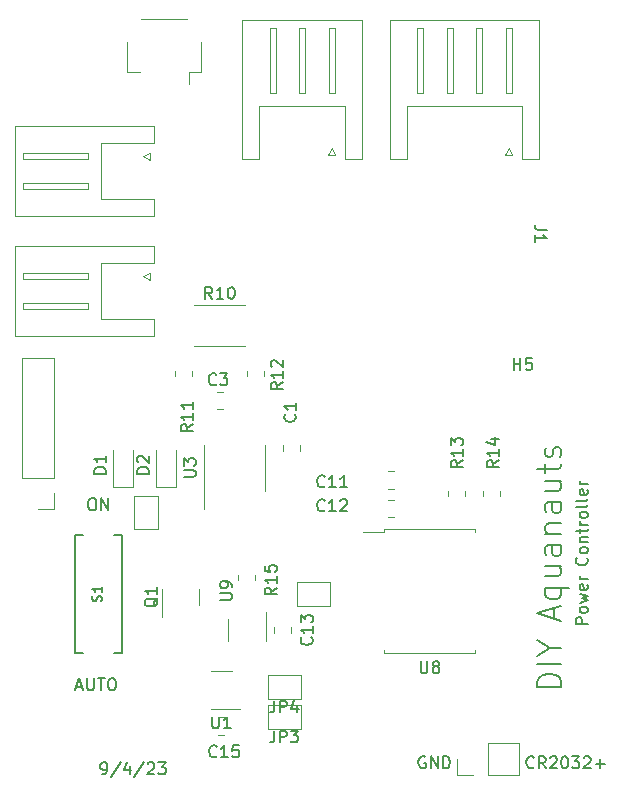
<source format=gbr>
%TF.GenerationSoftware,KiCad,Pcbnew,(6.99.0-2504-g6a9c6e8599)*%
%TF.CreationDate,2023-09-25T01:47:04-07:00*%
%TF.ProjectId,BuoyPower,42756f79-506f-4776-9572-2e6b69636164,rev?*%
%TF.SameCoordinates,Original*%
%TF.FileFunction,Legend,Top*%
%TF.FilePolarity,Positive*%
%FSLAX46Y46*%
G04 Gerber Fmt 4.6, Leading zero omitted, Abs format (unit mm)*
G04 Created by KiCad (PCBNEW (6.99.0-2504-g6a9c6e8599)) date 2023-09-25 01:47:04*
%MOMM*%
%LPD*%
G01*
G04 APERTURE LIST*
%ADD10C,0.150000*%
%ADD11C,0.120000*%
%ADD12C,0.127000*%
G04 APERTURE END LIST*
D10*
X169465523Y-129227142D02*
X169417904Y-129274761D01*
X169417904Y-129274761D02*
X169275047Y-129322380D01*
X169275047Y-129322380D02*
X169179809Y-129322380D01*
X169179809Y-129322380D02*
X169036952Y-129274761D01*
X169036952Y-129274761D02*
X168941714Y-129179523D01*
X168941714Y-129179523D02*
X168894095Y-129084285D01*
X168894095Y-129084285D02*
X168846476Y-128893809D01*
X168846476Y-128893809D02*
X168846476Y-128750952D01*
X168846476Y-128750952D02*
X168894095Y-128560476D01*
X168894095Y-128560476D02*
X168941714Y-128465238D01*
X168941714Y-128465238D02*
X169036952Y-128370000D01*
X169036952Y-128370000D02*
X169179809Y-128322380D01*
X169179809Y-128322380D02*
X169275047Y-128322380D01*
X169275047Y-128322380D02*
X169417904Y-128370000D01*
X169417904Y-128370000D02*
X169465523Y-128417619D01*
X170465523Y-129322380D02*
X170132190Y-128846190D01*
X169894095Y-129322380D02*
X169894095Y-128322380D01*
X169894095Y-128322380D02*
X170275047Y-128322380D01*
X170275047Y-128322380D02*
X170370285Y-128370000D01*
X170370285Y-128370000D02*
X170417904Y-128417619D01*
X170417904Y-128417619D02*
X170465523Y-128512857D01*
X170465523Y-128512857D02*
X170465523Y-128655714D01*
X170465523Y-128655714D02*
X170417904Y-128750952D01*
X170417904Y-128750952D02*
X170370285Y-128798571D01*
X170370285Y-128798571D02*
X170275047Y-128846190D01*
X170275047Y-128846190D02*
X169894095Y-128846190D01*
X170846476Y-128417619D02*
X170894095Y-128370000D01*
X170894095Y-128370000D02*
X170989333Y-128322380D01*
X170989333Y-128322380D02*
X171227428Y-128322380D01*
X171227428Y-128322380D02*
X171322666Y-128370000D01*
X171322666Y-128370000D02*
X171370285Y-128417619D01*
X171370285Y-128417619D02*
X171417904Y-128512857D01*
X171417904Y-128512857D02*
X171417904Y-128608095D01*
X171417904Y-128608095D02*
X171370285Y-128750952D01*
X171370285Y-128750952D02*
X170798857Y-129322380D01*
X170798857Y-129322380D02*
X171417904Y-129322380D01*
X172036952Y-128322380D02*
X172132190Y-128322380D01*
X172132190Y-128322380D02*
X172227428Y-128370000D01*
X172227428Y-128370000D02*
X172275047Y-128417619D01*
X172275047Y-128417619D02*
X172322666Y-128512857D01*
X172322666Y-128512857D02*
X172370285Y-128703333D01*
X172370285Y-128703333D02*
X172370285Y-128941428D01*
X172370285Y-128941428D02*
X172322666Y-129131904D01*
X172322666Y-129131904D02*
X172275047Y-129227142D01*
X172275047Y-129227142D02*
X172227428Y-129274761D01*
X172227428Y-129274761D02*
X172132190Y-129322380D01*
X172132190Y-129322380D02*
X172036952Y-129322380D01*
X172036952Y-129322380D02*
X171941714Y-129274761D01*
X171941714Y-129274761D02*
X171894095Y-129227142D01*
X171894095Y-129227142D02*
X171846476Y-129131904D01*
X171846476Y-129131904D02*
X171798857Y-128941428D01*
X171798857Y-128941428D02*
X171798857Y-128703333D01*
X171798857Y-128703333D02*
X171846476Y-128512857D01*
X171846476Y-128512857D02*
X171894095Y-128417619D01*
X171894095Y-128417619D02*
X171941714Y-128370000D01*
X171941714Y-128370000D02*
X172036952Y-128322380D01*
X172703619Y-128322380D02*
X173322666Y-128322380D01*
X173322666Y-128322380D02*
X172989333Y-128703333D01*
X172989333Y-128703333D02*
X173132190Y-128703333D01*
X173132190Y-128703333D02*
X173227428Y-128750952D01*
X173227428Y-128750952D02*
X173275047Y-128798571D01*
X173275047Y-128798571D02*
X173322666Y-128893809D01*
X173322666Y-128893809D02*
X173322666Y-129131904D01*
X173322666Y-129131904D02*
X173275047Y-129227142D01*
X173275047Y-129227142D02*
X173227428Y-129274761D01*
X173227428Y-129274761D02*
X173132190Y-129322380D01*
X173132190Y-129322380D02*
X172846476Y-129322380D01*
X172846476Y-129322380D02*
X172751238Y-129274761D01*
X172751238Y-129274761D02*
X172703619Y-129227142D01*
X173703619Y-128417619D02*
X173751238Y-128370000D01*
X173751238Y-128370000D02*
X173846476Y-128322380D01*
X173846476Y-128322380D02*
X174084571Y-128322380D01*
X174084571Y-128322380D02*
X174179809Y-128370000D01*
X174179809Y-128370000D02*
X174227428Y-128417619D01*
X174227428Y-128417619D02*
X174275047Y-128512857D01*
X174275047Y-128512857D02*
X174275047Y-128608095D01*
X174275047Y-128608095D02*
X174227428Y-128750952D01*
X174227428Y-128750952D02*
X173656000Y-129322380D01*
X173656000Y-129322380D02*
X174275047Y-129322380D01*
X174703619Y-128941428D02*
X175465524Y-128941428D01*
X175084571Y-129322380D02*
X175084571Y-128560476D01*
X174026380Y-117109904D02*
X173026380Y-117109904D01*
X173026380Y-117109904D02*
X173026380Y-116728952D01*
X173026380Y-116728952D02*
X173074000Y-116633714D01*
X173074000Y-116633714D02*
X173121619Y-116586095D01*
X173121619Y-116586095D02*
X173216857Y-116538476D01*
X173216857Y-116538476D02*
X173359714Y-116538476D01*
X173359714Y-116538476D02*
X173454952Y-116586095D01*
X173454952Y-116586095D02*
X173502571Y-116633714D01*
X173502571Y-116633714D02*
X173550190Y-116728952D01*
X173550190Y-116728952D02*
X173550190Y-117109904D01*
X174026380Y-115967047D02*
X173978761Y-116062285D01*
X173978761Y-116062285D02*
X173931142Y-116109904D01*
X173931142Y-116109904D02*
X173835904Y-116157523D01*
X173835904Y-116157523D02*
X173550190Y-116157523D01*
X173550190Y-116157523D02*
X173454952Y-116109904D01*
X173454952Y-116109904D02*
X173407333Y-116062285D01*
X173407333Y-116062285D02*
X173359714Y-115967047D01*
X173359714Y-115967047D02*
X173359714Y-115824190D01*
X173359714Y-115824190D02*
X173407333Y-115728952D01*
X173407333Y-115728952D02*
X173454952Y-115681333D01*
X173454952Y-115681333D02*
X173550190Y-115633714D01*
X173550190Y-115633714D02*
X173835904Y-115633714D01*
X173835904Y-115633714D02*
X173931142Y-115681333D01*
X173931142Y-115681333D02*
X173978761Y-115728952D01*
X173978761Y-115728952D02*
X174026380Y-115824190D01*
X174026380Y-115824190D02*
X174026380Y-115967047D01*
X173359714Y-115300380D02*
X174026380Y-115109904D01*
X174026380Y-115109904D02*
X173550190Y-114919428D01*
X173550190Y-114919428D02*
X174026380Y-114728952D01*
X174026380Y-114728952D02*
X173359714Y-114538476D01*
X173978761Y-113776571D02*
X174026380Y-113871809D01*
X174026380Y-113871809D02*
X174026380Y-114062285D01*
X174026380Y-114062285D02*
X173978761Y-114157523D01*
X173978761Y-114157523D02*
X173883523Y-114205142D01*
X173883523Y-114205142D02*
X173502571Y-114205142D01*
X173502571Y-114205142D02*
X173407333Y-114157523D01*
X173407333Y-114157523D02*
X173359714Y-114062285D01*
X173359714Y-114062285D02*
X173359714Y-113871809D01*
X173359714Y-113871809D02*
X173407333Y-113776571D01*
X173407333Y-113776571D02*
X173502571Y-113728952D01*
X173502571Y-113728952D02*
X173597809Y-113728952D01*
X173597809Y-113728952D02*
X173693047Y-114205142D01*
X174026380Y-113300380D02*
X173359714Y-113300380D01*
X173550190Y-113300380D02*
X173454952Y-113252761D01*
X173454952Y-113252761D02*
X173407333Y-113205142D01*
X173407333Y-113205142D02*
X173359714Y-113109904D01*
X173359714Y-113109904D02*
X173359714Y-113014666D01*
X173931142Y-111509904D02*
X173978761Y-111557523D01*
X173978761Y-111557523D02*
X174026380Y-111700380D01*
X174026380Y-111700380D02*
X174026380Y-111795618D01*
X174026380Y-111795618D02*
X173978761Y-111938475D01*
X173978761Y-111938475D02*
X173883523Y-112033713D01*
X173883523Y-112033713D02*
X173788285Y-112081332D01*
X173788285Y-112081332D02*
X173597809Y-112128951D01*
X173597809Y-112128951D02*
X173454952Y-112128951D01*
X173454952Y-112128951D02*
X173264476Y-112081332D01*
X173264476Y-112081332D02*
X173169238Y-112033713D01*
X173169238Y-112033713D02*
X173074000Y-111938475D01*
X173074000Y-111938475D02*
X173026380Y-111795618D01*
X173026380Y-111795618D02*
X173026380Y-111700380D01*
X173026380Y-111700380D02*
X173074000Y-111557523D01*
X173074000Y-111557523D02*
X173121619Y-111509904D01*
X174026380Y-110938475D02*
X173978761Y-111033713D01*
X173978761Y-111033713D02*
X173931142Y-111081332D01*
X173931142Y-111081332D02*
X173835904Y-111128951D01*
X173835904Y-111128951D02*
X173550190Y-111128951D01*
X173550190Y-111128951D02*
X173454952Y-111081332D01*
X173454952Y-111081332D02*
X173407333Y-111033713D01*
X173407333Y-111033713D02*
X173359714Y-110938475D01*
X173359714Y-110938475D02*
X173359714Y-110795618D01*
X173359714Y-110795618D02*
X173407333Y-110700380D01*
X173407333Y-110700380D02*
X173454952Y-110652761D01*
X173454952Y-110652761D02*
X173550190Y-110605142D01*
X173550190Y-110605142D02*
X173835904Y-110605142D01*
X173835904Y-110605142D02*
X173931142Y-110652761D01*
X173931142Y-110652761D02*
X173978761Y-110700380D01*
X173978761Y-110700380D02*
X174026380Y-110795618D01*
X174026380Y-110795618D02*
X174026380Y-110938475D01*
X173359714Y-110176570D02*
X174026380Y-110176570D01*
X173454952Y-110176570D02*
X173407333Y-110128951D01*
X173407333Y-110128951D02*
X173359714Y-110033713D01*
X173359714Y-110033713D02*
X173359714Y-109890856D01*
X173359714Y-109890856D02*
X173407333Y-109795618D01*
X173407333Y-109795618D02*
X173502571Y-109747999D01*
X173502571Y-109747999D02*
X174026380Y-109747999D01*
X173359714Y-109414665D02*
X173359714Y-109033713D01*
X173026380Y-109271808D02*
X173883523Y-109271808D01*
X173883523Y-109271808D02*
X173978761Y-109224189D01*
X173978761Y-109224189D02*
X174026380Y-109128951D01*
X174026380Y-109128951D02*
X174026380Y-109033713D01*
X174026380Y-108700379D02*
X173359714Y-108700379D01*
X173550190Y-108700379D02*
X173454952Y-108652760D01*
X173454952Y-108652760D02*
X173407333Y-108605141D01*
X173407333Y-108605141D02*
X173359714Y-108509903D01*
X173359714Y-108509903D02*
X173359714Y-108414665D01*
X174026380Y-107938474D02*
X173978761Y-108033712D01*
X173978761Y-108033712D02*
X173931142Y-108081331D01*
X173931142Y-108081331D02*
X173835904Y-108128950D01*
X173835904Y-108128950D02*
X173550190Y-108128950D01*
X173550190Y-108128950D02*
X173454952Y-108081331D01*
X173454952Y-108081331D02*
X173407333Y-108033712D01*
X173407333Y-108033712D02*
X173359714Y-107938474D01*
X173359714Y-107938474D02*
X173359714Y-107795617D01*
X173359714Y-107795617D02*
X173407333Y-107700379D01*
X173407333Y-107700379D02*
X173454952Y-107652760D01*
X173454952Y-107652760D02*
X173550190Y-107605141D01*
X173550190Y-107605141D02*
X173835904Y-107605141D01*
X173835904Y-107605141D02*
X173931142Y-107652760D01*
X173931142Y-107652760D02*
X173978761Y-107700379D01*
X173978761Y-107700379D02*
X174026380Y-107795617D01*
X174026380Y-107795617D02*
X174026380Y-107938474D01*
X174026380Y-107033712D02*
X173978761Y-107128950D01*
X173978761Y-107128950D02*
X173883523Y-107176569D01*
X173883523Y-107176569D02*
X173026380Y-107176569D01*
X174026380Y-106509902D02*
X173978761Y-106605140D01*
X173978761Y-106605140D02*
X173883523Y-106652759D01*
X173883523Y-106652759D02*
X173026380Y-106652759D01*
X173978761Y-105747997D02*
X174026380Y-105843235D01*
X174026380Y-105843235D02*
X174026380Y-106033711D01*
X174026380Y-106033711D02*
X173978761Y-106128949D01*
X173978761Y-106128949D02*
X173883523Y-106176568D01*
X173883523Y-106176568D02*
X173502571Y-106176568D01*
X173502571Y-106176568D02*
X173407333Y-106128949D01*
X173407333Y-106128949D02*
X173359714Y-106033711D01*
X173359714Y-106033711D02*
X173359714Y-105843235D01*
X173359714Y-105843235D02*
X173407333Y-105747997D01*
X173407333Y-105747997D02*
X173502571Y-105700378D01*
X173502571Y-105700378D02*
X173597809Y-105700378D01*
X173597809Y-105700378D02*
X173693047Y-106176568D01*
X174026380Y-105271806D02*
X173359714Y-105271806D01*
X173550190Y-105271806D02*
X173454952Y-105224187D01*
X173454952Y-105224187D02*
X173407333Y-105176568D01*
X173407333Y-105176568D02*
X173359714Y-105081330D01*
X173359714Y-105081330D02*
X173359714Y-104986092D01*
X130746476Y-122432666D02*
X131222666Y-122432666D01*
X130651238Y-122718380D02*
X130984571Y-121718380D01*
X130984571Y-121718380D02*
X131317904Y-122718380D01*
X131651238Y-121718380D02*
X131651238Y-122527904D01*
X131651238Y-122527904D02*
X131698857Y-122623142D01*
X131698857Y-122623142D02*
X131746476Y-122670761D01*
X131746476Y-122670761D02*
X131841714Y-122718380D01*
X131841714Y-122718380D02*
X132032190Y-122718380D01*
X132032190Y-122718380D02*
X132127428Y-122670761D01*
X132127428Y-122670761D02*
X132175047Y-122623142D01*
X132175047Y-122623142D02*
X132222666Y-122527904D01*
X132222666Y-122527904D02*
X132222666Y-121718380D01*
X132556000Y-121718380D02*
X133127428Y-121718380D01*
X132841714Y-122718380D02*
X132841714Y-121718380D01*
X133651238Y-121718380D02*
X133841714Y-121718380D01*
X133841714Y-121718380D02*
X133936952Y-121766000D01*
X133936952Y-121766000D02*
X134032190Y-121861238D01*
X134032190Y-121861238D02*
X134079809Y-122051714D01*
X134079809Y-122051714D02*
X134079809Y-122385047D01*
X134079809Y-122385047D02*
X134032190Y-122575523D01*
X134032190Y-122575523D02*
X133936952Y-122670761D01*
X133936952Y-122670761D02*
X133841714Y-122718380D01*
X133841714Y-122718380D02*
X133651238Y-122718380D01*
X133651238Y-122718380D02*
X133556000Y-122670761D01*
X133556000Y-122670761D02*
X133460762Y-122575523D01*
X133460762Y-122575523D02*
X133413143Y-122385047D01*
X133413143Y-122385047D02*
X133413143Y-122051714D01*
X133413143Y-122051714D02*
X133460762Y-121861238D01*
X133460762Y-121861238D02*
X133556000Y-121766000D01*
X133556000Y-121766000D02*
X133651238Y-121718380D01*
X132000571Y-106478380D02*
X132191047Y-106478380D01*
X132191047Y-106478380D02*
X132286285Y-106526000D01*
X132286285Y-106526000D02*
X132381523Y-106621238D01*
X132381523Y-106621238D02*
X132429142Y-106811714D01*
X132429142Y-106811714D02*
X132429142Y-107145047D01*
X132429142Y-107145047D02*
X132381523Y-107335523D01*
X132381523Y-107335523D02*
X132286285Y-107430761D01*
X132286285Y-107430761D02*
X132191047Y-107478380D01*
X132191047Y-107478380D02*
X132000571Y-107478380D01*
X132000571Y-107478380D02*
X131905333Y-107430761D01*
X131905333Y-107430761D02*
X131810095Y-107335523D01*
X131810095Y-107335523D02*
X131762476Y-107145047D01*
X131762476Y-107145047D02*
X131762476Y-106811714D01*
X131762476Y-106811714D02*
X131810095Y-106621238D01*
X131810095Y-106621238D02*
X131905333Y-106526000D01*
X131905333Y-106526000D02*
X132000571Y-106478380D01*
X132857714Y-107478380D02*
X132857714Y-106478380D01*
X132857714Y-106478380D02*
X133429142Y-107478380D01*
X133429142Y-107478380D02*
X133429142Y-106478380D01*
X171776761Y-122459809D02*
X169776761Y-122459809D01*
X169776761Y-122459809D02*
X169776761Y-121983619D01*
X169776761Y-121983619D02*
X169872000Y-121697904D01*
X169872000Y-121697904D02*
X170062476Y-121507428D01*
X170062476Y-121507428D02*
X170252952Y-121412190D01*
X170252952Y-121412190D02*
X170633904Y-121316952D01*
X170633904Y-121316952D02*
X170919619Y-121316952D01*
X170919619Y-121316952D02*
X171300571Y-121412190D01*
X171300571Y-121412190D02*
X171491047Y-121507428D01*
X171491047Y-121507428D02*
X171681523Y-121697904D01*
X171681523Y-121697904D02*
X171776761Y-121983619D01*
X171776761Y-121983619D02*
X171776761Y-122459809D01*
X171776761Y-120459809D02*
X169776761Y-120459809D01*
X170824380Y-119126476D02*
X171776761Y-119126476D01*
X169776761Y-119793142D02*
X170824380Y-119126476D01*
X170824380Y-119126476D02*
X169776761Y-118459809D01*
X171205333Y-116688380D02*
X171205333Y-115735999D01*
X171776761Y-116878856D02*
X169776761Y-116212190D01*
X169776761Y-116212190D02*
X171776761Y-115545523D01*
X170443428Y-114021713D02*
X172443428Y-114021713D01*
X171681523Y-114021713D02*
X171776761Y-114212189D01*
X171776761Y-114212189D02*
X171776761Y-114593142D01*
X171776761Y-114593142D02*
X171681523Y-114783618D01*
X171681523Y-114783618D02*
X171586285Y-114878856D01*
X171586285Y-114878856D02*
X171395809Y-114974094D01*
X171395809Y-114974094D02*
X170824380Y-114974094D01*
X170824380Y-114974094D02*
X170633904Y-114878856D01*
X170633904Y-114878856D02*
X170538666Y-114783618D01*
X170538666Y-114783618D02*
X170443428Y-114593142D01*
X170443428Y-114593142D02*
X170443428Y-114212189D01*
X170443428Y-114212189D02*
X170538666Y-114021713D01*
X170443428Y-112212189D02*
X171776761Y-112212189D01*
X170443428Y-113069332D02*
X171491047Y-113069332D01*
X171491047Y-113069332D02*
X171681523Y-112974094D01*
X171681523Y-112974094D02*
X171776761Y-112783618D01*
X171776761Y-112783618D02*
X171776761Y-112497903D01*
X171776761Y-112497903D02*
X171681523Y-112307427D01*
X171681523Y-112307427D02*
X171586285Y-112212189D01*
X171776761Y-110402665D02*
X170729142Y-110402665D01*
X170729142Y-110402665D02*
X170538666Y-110497903D01*
X170538666Y-110497903D02*
X170443428Y-110688379D01*
X170443428Y-110688379D02*
X170443428Y-111069332D01*
X170443428Y-111069332D02*
X170538666Y-111259808D01*
X171681523Y-110402665D02*
X171776761Y-110593141D01*
X171776761Y-110593141D02*
X171776761Y-111069332D01*
X171776761Y-111069332D02*
X171681523Y-111259808D01*
X171681523Y-111259808D02*
X171491047Y-111355046D01*
X171491047Y-111355046D02*
X171300571Y-111355046D01*
X171300571Y-111355046D02*
X171110095Y-111259808D01*
X171110095Y-111259808D02*
X171014857Y-111069332D01*
X171014857Y-111069332D02*
X171014857Y-110593141D01*
X171014857Y-110593141D02*
X170919619Y-110402665D01*
X170443428Y-109450284D02*
X171776761Y-109450284D01*
X170633904Y-109450284D02*
X170538666Y-109355046D01*
X170538666Y-109355046D02*
X170443428Y-109164570D01*
X170443428Y-109164570D02*
X170443428Y-108878855D01*
X170443428Y-108878855D02*
X170538666Y-108688379D01*
X170538666Y-108688379D02*
X170729142Y-108593141D01*
X170729142Y-108593141D02*
X171776761Y-108593141D01*
X171776761Y-106783617D02*
X170729142Y-106783617D01*
X170729142Y-106783617D02*
X170538666Y-106878855D01*
X170538666Y-106878855D02*
X170443428Y-107069331D01*
X170443428Y-107069331D02*
X170443428Y-107450284D01*
X170443428Y-107450284D02*
X170538666Y-107640760D01*
X171681523Y-106783617D02*
X171776761Y-106974093D01*
X171776761Y-106974093D02*
X171776761Y-107450284D01*
X171776761Y-107450284D02*
X171681523Y-107640760D01*
X171681523Y-107640760D02*
X171491047Y-107735998D01*
X171491047Y-107735998D02*
X171300571Y-107735998D01*
X171300571Y-107735998D02*
X171110095Y-107640760D01*
X171110095Y-107640760D02*
X171014857Y-107450284D01*
X171014857Y-107450284D02*
X171014857Y-106974093D01*
X171014857Y-106974093D02*
X170919619Y-106783617D01*
X170443428Y-104974093D02*
X171776761Y-104974093D01*
X170443428Y-105831236D02*
X171491047Y-105831236D01*
X171491047Y-105831236D02*
X171681523Y-105735998D01*
X171681523Y-105735998D02*
X171776761Y-105545522D01*
X171776761Y-105545522D02*
X171776761Y-105259807D01*
X171776761Y-105259807D02*
X171681523Y-105069331D01*
X171681523Y-105069331D02*
X171586285Y-104974093D01*
X170443428Y-104307426D02*
X170443428Y-103545522D01*
X169776761Y-104021712D02*
X171491047Y-104021712D01*
X171491047Y-104021712D02*
X171681523Y-103926474D01*
X171681523Y-103926474D02*
X171776761Y-103735998D01*
X171776761Y-103735998D02*
X171776761Y-103545522D01*
X171681523Y-102974093D02*
X171776761Y-102783617D01*
X171776761Y-102783617D02*
X171776761Y-102402665D01*
X171776761Y-102402665D02*
X171681523Y-102212188D01*
X171681523Y-102212188D02*
X171491047Y-102116950D01*
X171491047Y-102116950D02*
X171395809Y-102116950D01*
X171395809Y-102116950D02*
X171205333Y-102212188D01*
X171205333Y-102212188D02*
X171110095Y-102402665D01*
X171110095Y-102402665D02*
X171110095Y-102688379D01*
X171110095Y-102688379D02*
X171014857Y-102878855D01*
X171014857Y-102878855D02*
X170824380Y-102974093D01*
X170824380Y-102974093D02*
X170729142Y-102974093D01*
X170729142Y-102974093D02*
X170538666Y-102878855D01*
X170538666Y-102878855D02*
X170443428Y-102688379D01*
X170443428Y-102688379D02*
X170443428Y-102402665D01*
X170443428Y-102402665D02*
X170538666Y-102212188D01*
X160273904Y-128370000D02*
X160178666Y-128322380D01*
X160178666Y-128322380D02*
X160035809Y-128322380D01*
X160035809Y-128322380D02*
X159892952Y-128370000D01*
X159892952Y-128370000D02*
X159797714Y-128465238D01*
X159797714Y-128465238D02*
X159750095Y-128560476D01*
X159750095Y-128560476D02*
X159702476Y-128750952D01*
X159702476Y-128750952D02*
X159702476Y-128893809D01*
X159702476Y-128893809D02*
X159750095Y-129084285D01*
X159750095Y-129084285D02*
X159797714Y-129179523D01*
X159797714Y-129179523D02*
X159892952Y-129274761D01*
X159892952Y-129274761D02*
X160035809Y-129322380D01*
X160035809Y-129322380D02*
X160131047Y-129322380D01*
X160131047Y-129322380D02*
X160273904Y-129274761D01*
X160273904Y-129274761D02*
X160321523Y-129227142D01*
X160321523Y-129227142D02*
X160321523Y-128893809D01*
X160321523Y-128893809D02*
X160131047Y-128893809D01*
X160750095Y-129322380D02*
X160750095Y-128322380D01*
X160750095Y-128322380D02*
X161321523Y-129322380D01*
X161321523Y-129322380D02*
X161321523Y-128322380D01*
X161797714Y-129322380D02*
X161797714Y-128322380D01*
X161797714Y-128322380D02*
X162035809Y-128322380D01*
X162035809Y-128322380D02*
X162178666Y-128370000D01*
X162178666Y-128370000D02*
X162273904Y-128465238D01*
X162273904Y-128465238D02*
X162321523Y-128560476D01*
X162321523Y-128560476D02*
X162369142Y-128750952D01*
X162369142Y-128750952D02*
X162369142Y-128893809D01*
X162369142Y-128893809D02*
X162321523Y-129084285D01*
X162321523Y-129084285D02*
X162273904Y-129179523D01*
X162273904Y-129179523D02*
X162178666Y-129274761D01*
X162178666Y-129274761D02*
X162035809Y-129322380D01*
X162035809Y-129322380D02*
X161797714Y-129322380D01*
X132873714Y-129830380D02*
X133064190Y-129830380D01*
X133064190Y-129830380D02*
X133159428Y-129782761D01*
X133159428Y-129782761D02*
X133207047Y-129735142D01*
X133207047Y-129735142D02*
X133302285Y-129592285D01*
X133302285Y-129592285D02*
X133349904Y-129401809D01*
X133349904Y-129401809D02*
X133349904Y-129020857D01*
X133349904Y-129020857D02*
X133302285Y-128925619D01*
X133302285Y-128925619D02*
X133254666Y-128878000D01*
X133254666Y-128878000D02*
X133159428Y-128830380D01*
X133159428Y-128830380D02*
X132968952Y-128830380D01*
X132968952Y-128830380D02*
X132873714Y-128878000D01*
X132873714Y-128878000D02*
X132826095Y-128925619D01*
X132826095Y-128925619D02*
X132778476Y-129020857D01*
X132778476Y-129020857D02*
X132778476Y-129258952D01*
X132778476Y-129258952D02*
X132826095Y-129354190D01*
X132826095Y-129354190D02*
X132873714Y-129401809D01*
X132873714Y-129401809D02*
X132968952Y-129449428D01*
X132968952Y-129449428D02*
X133159428Y-129449428D01*
X133159428Y-129449428D02*
X133254666Y-129401809D01*
X133254666Y-129401809D02*
X133302285Y-129354190D01*
X133302285Y-129354190D02*
X133349904Y-129258952D01*
X134492761Y-128782761D02*
X133635619Y-130068476D01*
X135254666Y-129163714D02*
X135254666Y-129830380D01*
X135016571Y-128782761D02*
X134778476Y-129497047D01*
X134778476Y-129497047D02*
X135397523Y-129497047D01*
X136492761Y-128782761D02*
X135635619Y-130068476D01*
X136778476Y-128925619D02*
X136826095Y-128878000D01*
X136826095Y-128878000D02*
X136921333Y-128830380D01*
X136921333Y-128830380D02*
X137159428Y-128830380D01*
X137159428Y-128830380D02*
X137254666Y-128878000D01*
X137254666Y-128878000D02*
X137302285Y-128925619D01*
X137302285Y-128925619D02*
X137349904Y-129020857D01*
X137349904Y-129020857D02*
X137349904Y-129116095D01*
X137349904Y-129116095D02*
X137302285Y-129258952D01*
X137302285Y-129258952D02*
X136730857Y-129830380D01*
X136730857Y-129830380D02*
X137349904Y-129830380D01*
X137683238Y-128830380D02*
X138302285Y-128830380D01*
X138302285Y-128830380D02*
X137968952Y-129211333D01*
X137968952Y-129211333D02*
X138111809Y-129211333D01*
X138111809Y-129211333D02*
X138207047Y-129258952D01*
X138207047Y-129258952D02*
X138254666Y-129306571D01*
X138254666Y-129306571D02*
X138302285Y-129401809D01*
X138302285Y-129401809D02*
X138302285Y-129639904D01*
X138302285Y-129639904D02*
X138254666Y-129735142D01*
X138254666Y-129735142D02*
X138207047Y-129782761D01*
X138207047Y-129782761D02*
X138111809Y-129830380D01*
X138111809Y-129830380D02*
X137826095Y-129830380D01*
X137826095Y-129830380D02*
X137730857Y-129782761D01*
X137730857Y-129782761D02*
X137683238Y-129735142D01*
%TO.C,U1*%
X142240095Y-124949380D02*
X142240095Y-125758904D01*
X142240095Y-125758904D02*
X142287714Y-125854142D01*
X142287714Y-125854142D02*
X142335333Y-125901761D01*
X142335333Y-125901761D02*
X142430571Y-125949380D01*
X142430571Y-125949380D02*
X142621047Y-125949380D01*
X142621047Y-125949380D02*
X142716285Y-125901761D01*
X142716285Y-125901761D02*
X142763904Y-125854142D01*
X142763904Y-125854142D02*
X142811523Y-125758904D01*
X142811523Y-125758904D02*
X142811523Y-124949380D01*
X143811523Y-125949380D02*
X143240095Y-125949380D01*
X143525809Y-125949380D02*
X143525809Y-124949380D01*
X143525809Y-124949380D02*
X143430571Y-125092238D01*
X143430571Y-125092238D02*
X143335333Y-125187476D01*
X143335333Y-125187476D02*
X143240095Y-125235095D01*
%TO.C,U8*%
X159893095Y-120271380D02*
X159893095Y-121080904D01*
X159893095Y-121080904D02*
X159940714Y-121176142D01*
X159940714Y-121176142D02*
X159988333Y-121223761D01*
X159988333Y-121223761D02*
X160083571Y-121271380D01*
X160083571Y-121271380D02*
X160274047Y-121271380D01*
X160274047Y-121271380D02*
X160369285Y-121223761D01*
X160369285Y-121223761D02*
X160416904Y-121176142D01*
X160416904Y-121176142D02*
X160464523Y-121080904D01*
X160464523Y-121080904D02*
X160464523Y-120271380D01*
X161083571Y-120699952D02*
X160988333Y-120652333D01*
X160988333Y-120652333D02*
X160940714Y-120604714D01*
X160940714Y-120604714D02*
X160893095Y-120509476D01*
X160893095Y-120509476D02*
X160893095Y-120461857D01*
X160893095Y-120461857D02*
X160940714Y-120366619D01*
X160940714Y-120366619D02*
X160988333Y-120319000D01*
X160988333Y-120319000D02*
X161083571Y-120271380D01*
X161083571Y-120271380D02*
X161274047Y-120271380D01*
X161274047Y-120271380D02*
X161369285Y-120319000D01*
X161369285Y-120319000D02*
X161416904Y-120366619D01*
X161416904Y-120366619D02*
X161464523Y-120461857D01*
X161464523Y-120461857D02*
X161464523Y-120509476D01*
X161464523Y-120509476D02*
X161416904Y-120604714D01*
X161416904Y-120604714D02*
X161369285Y-120652333D01*
X161369285Y-120652333D02*
X161274047Y-120699952D01*
X161274047Y-120699952D02*
X161083571Y-120699952D01*
X161083571Y-120699952D02*
X160988333Y-120747571D01*
X160988333Y-120747571D02*
X160940714Y-120795190D01*
X160940714Y-120795190D02*
X160893095Y-120890428D01*
X160893095Y-120890428D02*
X160893095Y-121080904D01*
X160893095Y-121080904D02*
X160940714Y-121176142D01*
X160940714Y-121176142D02*
X160988333Y-121223761D01*
X160988333Y-121223761D02*
X161083571Y-121271380D01*
X161083571Y-121271380D02*
X161274047Y-121271380D01*
X161274047Y-121271380D02*
X161369285Y-121223761D01*
X161369285Y-121223761D02*
X161416904Y-121176142D01*
X161416904Y-121176142D02*
X161464523Y-121080904D01*
X161464523Y-121080904D02*
X161464523Y-120890428D01*
X161464523Y-120890428D02*
X161416904Y-120795190D01*
X161416904Y-120795190D02*
X161369285Y-120747571D01*
X161369285Y-120747571D02*
X161274047Y-120699952D01*
%TO.C,JP4*%
X147502666Y-123595380D02*
X147502666Y-124309666D01*
X147502666Y-124309666D02*
X147455047Y-124452523D01*
X147455047Y-124452523D02*
X147359809Y-124547761D01*
X147359809Y-124547761D02*
X147216952Y-124595380D01*
X147216952Y-124595380D02*
X147121714Y-124595380D01*
X147978857Y-124595380D02*
X147978857Y-123595380D01*
X147978857Y-123595380D02*
X148359809Y-123595380D01*
X148359809Y-123595380D02*
X148455047Y-123643000D01*
X148455047Y-123643000D02*
X148502666Y-123690619D01*
X148502666Y-123690619D02*
X148550285Y-123785857D01*
X148550285Y-123785857D02*
X148550285Y-123928714D01*
X148550285Y-123928714D02*
X148502666Y-124023952D01*
X148502666Y-124023952D02*
X148455047Y-124071571D01*
X148455047Y-124071571D02*
X148359809Y-124119190D01*
X148359809Y-124119190D02*
X147978857Y-124119190D01*
X149407428Y-123928714D02*
X149407428Y-124595380D01*
X149169333Y-123547761D02*
X148931238Y-124262047D01*
X148931238Y-124262047D02*
X149550285Y-124262047D01*
%TO.C,S1*%
X132839781Y-115153925D02*
X132877276Y-115041439D01*
X132877276Y-115041439D02*
X132877276Y-114853963D01*
X132877276Y-114853963D02*
X132839781Y-114778972D01*
X132839781Y-114778972D02*
X132802286Y-114741477D01*
X132802286Y-114741477D02*
X132727295Y-114703981D01*
X132727295Y-114703981D02*
X132652304Y-114703981D01*
X132652304Y-114703981D02*
X132577314Y-114741477D01*
X132577314Y-114741477D02*
X132539818Y-114778972D01*
X132539818Y-114778972D02*
X132502323Y-114853963D01*
X132502323Y-114853963D02*
X132464828Y-115003944D01*
X132464828Y-115003944D02*
X132427332Y-115078935D01*
X132427332Y-115078935D02*
X132389837Y-115116430D01*
X132389837Y-115116430D02*
X132314846Y-115153925D01*
X132314846Y-115153925D02*
X132239856Y-115153925D01*
X132239856Y-115153925D02*
X132164865Y-115116430D01*
X132164865Y-115116430D02*
X132127370Y-115078935D01*
X132127370Y-115078935D02*
X132089874Y-115003944D01*
X132089874Y-115003944D02*
X132089874Y-114816467D01*
X132089874Y-114816467D02*
X132127370Y-114703981D01*
X132877276Y-113954074D02*
X132877276Y-114404018D01*
X132877276Y-114179046D02*
X132089874Y-114179046D01*
X132089874Y-114179046D02*
X132202360Y-114254037D01*
X132202360Y-114254037D02*
X132277351Y-114329028D01*
X132277351Y-114329028D02*
X132314846Y-114404018D01*
%TO.C,R10*%
X142232142Y-89568380D02*
X141898809Y-89092190D01*
X141660714Y-89568380D02*
X141660714Y-88568380D01*
X141660714Y-88568380D02*
X142041666Y-88568380D01*
X142041666Y-88568380D02*
X142136904Y-88616000D01*
X142136904Y-88616000D02*
X142184523Y-88663619D01*
X142184523Y-88663619D02*
X142232142Y-88758857D01*
X142232142Y-88758857D02*
X142232142Y-88901714D01*
X142232142Y-88901714D02*
X142184523Y-88996952D01*
X142184523Y-88996952D02*
X142136904Y-89044571D01*
X142136904Y-89044571D02*
X142041666Y-89092190D01*
X142041666Y-89092190D02*
X141660714Y-89092190D01*
X143184523Y-89568380D02*
X142613095Y-89568380D01*
X142898809Y-89568380D02*
X142898809Y-88568380D01*
X142898809Y-88568380D02*
X142803571Y-88711238D01*
X142803571Y-88711238D02*
X142708333Y-88806476D01*
X142708333Y-88806476D02*
X142613095Y-88854095D01*
X143803571Y-88568380D02*
X143898809Y-88568380D01*
X143898809Y-88568380D02*
X143994047Y-88616000D01*
X143994047Y-88616000D02*
X144041666Y-88663619D01*
X144041666Y-88663619D02*
X144089285Y-88758857D01*
X144089285Y-88758857D02*
X144136904Y-88949333D01*
X144136904Y-88949333D02*
X144136904Y-89187428D01*
X144136904Y-89187428D02*
X144089285Y-89377904D01*
X144089285Y-89377904D02*
X144041666Y-89473142D01*
X144041666Y-89473142D02*
X143994047Y-89520761D01*
X143994047Y-89520761D02*
X143898809Y-89568380D01*
X143898809Y-89568380D02*
X143803571Y-89568380D01*
X143803571Y-89568380D02*
X143708333Y-89520761D01*
X143708333Y-89520761D02*
X143660714Y-89473142D01*
X143660714Y-89473142D02*
X143613095Y-89377904D01*
X143613095Y-89377904D02*
X143565476Y-89187428D01*
X143565476Y-89187428D02*
X143565476Y-88949333D01*
X143565476Y-88949333D02*
X143613095Y-88758857D01*
X143613095Y-88758857D02*
X143660714Y-88663619D01*
X143660714Y-88663619D02*
X143708333Y-88616000D01*
X143708333Y-88616000D02*
X143803571Y-88568380D01*
%TO.C,Q1*%
X137635619Y-114903238D02*
X137588000Y-114998476D01*
X137588000Y-114998476D02*
X137492761Y-115093714D01*
X137492761Y-115093714D02*
X137349904Y-115236571D01*
X137349904Y-115236571D02*
X137302285Y-115331809D01*
X137302285Y-115331809D02*
X137302285Y-115427047D01*
X137540380Y-115379428D02*
X137492761Y-115474666D01*
X137492761Y-115474666D02*
X137397523Y-115569904D01*
X137397523Y-115569904D02*
X137207047Y-115617523D01*
X137207047Y-115617523D02*
X136873714Y-115617523D01*
X136873714Y-115617523D02*
X136683238Y-115569904D01*
X136683238Y-115569904D02*
X136588000Y-115474666D01*
X136588000Y-115474666D02*
X136540380Y-115379428D01*
X136540380Y-115379428D02*
X136540380Y-115188952D01*
X136540380Y-115188952D02*
X136588000Y-115093714D01*
X136588000Y-115093714D02*
X136683238Y-114998476D01*
X136683238Y-114998476D02*
X136873714Y-114950857D01*
X136873714Y-114950857D02*
X137207047Y-114950857D01*
X137207047Y-114950857D02*
X137397523Y-114998476D01*
X137397523Y-114998476D02*
X137492761Y-115093714D01*
X137492761Y-115093714D02*
X137540380Y-115188952D01*
X137540380Y-115188952D02*
X137540380Y-115379428D01*
X137540380Y-113998476D02*
X137540380Y-114569904D01*
X137540380Y-114284190D02*
X136540380Y-114284190D01*
X136540380Y-114284190D02*
X136683238Y-114379428D01*
X136683238Y-114379428D02*
X136778476Y-114474666D01*
X136778476Y-114474666D02*
X136826095Y-114569904D01*
%TO.C,R15*%
X147687380Y-114026921D02*
X147211190Y-114360254D01*
X147687380Y-114598349D02*
X146687380Y-114598349D01*
X146687380Y-114598349D02*
X146687380Y-114217397D01*
X146687380Y-114217397D02*
X146735000Y-114122159D01*
X146735000Y-114122159D02*
X146782619Y-114074540D01*
X146782619Y-114074540D02*
X146877857Y-114026921D01*
X146877857Y-114026921D02*
X147020714Y-114026921D01*
X147020714Y-114026921D02*
X147115952Y-114074540D01*
X147115952Y-114074540D02*
X147163571Y-114122159D01*
X147163571Y-114122159D02*
X147211190Y-114217397D01*
X147211190Y-114217397D02*
X147211190Y-114598349D01*
X147687380Y-113074540D02*
X147687380Y-113645968D01*
X147687380Y-113360254D02*
X146687380Y-113360254D01*
X146687380Y-113360254D02*
X146830238Y-113455492D01*
X146830238Y-113455492D02*
X146925476Y-113550730D01*
X146925476Y-113550730D02*
X146973095Y-113645968D01*
X146687380Y-112169778D02*
X146687380Y-112645968D01*
X146687380Y-112645968D02*
X147163571Y-112693587D01*
X147163571Y-112693587D02*
X147115952Y-112645968D01*
X147115952Y-112645968D02*
X147068333Y-112550730D01*
X147068333Y-112550730D02*
X147068333Y-112312635D01*
X147068333Y-112312635D02*
X147115952Y-112217397D01*
X147115952Y-112217397D02*
X147163571Y-112169778D01*
X147163571Y-112169778D02*
X147258809Y-112122159D01*
X147258809Y-112122159D02*
X147496904Y-112122159D01*
X147496904Y-112122159D02*
X147592142Y-112169778D01*
X147592142Y-112169778D02*
X147639761Y-112217397D01*
X147639761Y-112217397D02*
X147687380Y-112312635D01*
X147687380Y-112312635D02*
X147687380Y-112550730D01*
X147687380Y-112550730D02*
X147639761Y-112645968D01*
X147639761Y-112645968D02*
X147592142Y-112693587D01*
%TO.C,R14*%
X166483380Y-103258857D02*
X166007190Y-103592190D01*
X166483380Y-103830285D02*
X165483380Y-103830285D01*
X165483380Y-103830285D02*
X165483380Y-103449333D01*
X165483380Y-103449333D02*
X165531000Y-103354095D01*
X165531000Y-103354095D02*
X165578619Y-103306476D01*
X165578619Y-103306476D02*
X165673857Y-103258857D01*
X165673857Y-103258857D02*
X165816714Y-103258857D01*
X165816714Y-103258857D02*
X165911952Y-103306476D01*
X165911952Y-103306476D02*
X165959571Y-103354095D01*
X165959571Y-103354095D02*
X166007190Y-103449333D01*
X166007190Y-103449333D02*
X166007190Y-103830285D01*
X166483380Y-102306476D02*
X166483380Y-102877904D01*
X166483380Y-102592190D02*
X165483380Y-102592190D01*
X165483380Y-102592190D02*
X165626238Y-102687428D01*
X165626238Y-102687428D02*
X165721476Y-102782666D01*
X165721476Y-102782666D02*
X165769095Y-102877904D01*
X165816714Y-101449333D02*
X166483380Y-101449333D01*
X165435761Y-101687428D02*
X166150047Y-101925523D01*
X166150047Y-101925523D02*
X166150047Y-101306476D01*
%TO.C,D1*%
X133238980Y-104370094D02*
X132238980Y-104370094D01*
X132238980Y-104370094D02*
X132238980Y-104131999D01*
X132238980Y-104131999D02*
X132286600Y-103989142D01*
X132286600Y-103989142D02*
X132381838Y-103893904D01*
X132381838Y-103893904D02*
X132477076Y-103846285D01*
X132477076Y-103846285D02*
X132667552Y-103798666D01*
X132667552Y-103798666D02*
X132810409Y-103798666D01*
X132810409Y-103798666D02*
X133000885Y-103846285D01*
X133000885Y-103846285D02*
X133096123Y-103893904D01*
X133096123Y-103893904D02*
X133191361Y-103989142D01*
X133191361Y-103989142D02*
X133238980Y-104131999D01*
X133238980Y-104131999D02*
X133238980Y-104370094D01*
X133238980Y-102846285D02*
X133238980Y-103417713D01*
X133238980Y-103131999D02*
X132238980Y-103131999D01*
X132238980Y-103131999D02*
X132381838Y-103227237D01*
X132381838Y-103227237D02*
X132477076Y-103322475D01*
X132477076Y-103322475D02*
X132524695Y-103417713D01*
%TO.C,U9*%
X142918380Y-115061904D02*
X143727904Y-115061904D01*
X143727904Y-115061904D02*
X143823142Y-115014285D01*
X143823142Y-115014285D02*
X143870761Y-114966666D01*
X143870761Y-114966666D02*
X143918380Y-114871428D01*
X143918380Y-114871428D02*
X143918380Y-114680952D01*
X143918380Y-114680952D02*
X143870761Y-114585714D01*
X143870761Y-114585714D02*
X143823142Y-114538095D01*
X143823142Y-114538095D02*
X143727904Y-114490476D01*
X143727904Y-114490476D02*
X142918380Y-114490476D01*
X143918380Y-113966666D02*
X143918380Y-113776190D01*
X143918380Y-113776190D02*
X143870761Y-113680952D01*
X143870761Y-113680952D02*
X143823142Y-113633333D01*
X143823142Y-113633333D02*
X143680285Y-113538095D01*
X143680285Y-113538095D02*
X143489809Y-113490476D01*
X143489809Y-113490476D02*
X143108857Y-113490476D01*
X143108857Y-113490476D02*
X143013619Y-113538095D01*
X143013619Y-113538095D02*
X142966000Y-113585714D01*
X142966000Y-113585714D02*
X142918380Y-113680952D01*
X142918380Y-113680952D02*
X142918380Y-113871428D01*
X142918380Y-113871428D02*
X142966000Y-113966666D01*
X142966000Y-113966666D02*
X143013619Y-114014285D01*
X143013619Y-114014285D02*
X143108857Y-114061904D01*
X143108857Y-114061904D02*
X143346952Y-114061904D01*
X143346952Y-114061904D02*
X143442190Y-114014285D01*
X143442190Y-114014285D02*
X143489809Y-113966666D01*
X143489809Y-113966666D02*
X143537428Y-113871428D01*
X143537428Y-113871428D02*
X143537428Y-113680952D01*
X143537428Y-113680952D02*
X143489809Y-113585714D01*
X143489809Y-113585714D02*
X143442190Y-113538095D01*
X143442190Y-113538095D02*
X143346952Y-113490476D01*
%TO.C,H5*%
X167767095Y-95592380D02*
X167767095Y-94592380D01*
X167767095Y-95068571D02*
X168338523Y-95068571D01*
X168338523Y-95592380D02*
X168338523Y-94592380D01*
X169290904Y-94592380D02*
X168814714Y-94592380D01*
X168814714Y-94592380D02*
X168767095Y-95068571D01*
X168767095Y-95068571D02*
X168814714Y-95020952D01*
X168814714Y-95020952D02*
X168909952Y-94973333D01*
X168909952Y-94973333D02*
X169148047Y-94973333D01*
X169148047Y-94973333D02*
X169243285Y-95020952D01*
X169243285Y-95020952D02*
X169290904Y-95068571D01*
X169290904Y-95068571D02*
X169338523Y-95163809D01*
X169338523Y-95163809D02*
X169338523Y-95401904D01*
X169338523Y-95401904D02*
X169290904Y-95497142D01*
X169290904Y-95497142D02*
X169243285Y-95544761D01*
X169243285Y-95544761D02*
X169148047Y-95592380D01*
X169148047Y-95592380D02*
X168909952Y-95592380D01*
X168909952Y-95592380D02*
X168814714Y-95544761D01*
X168814714Y-95544761D02*
X168767095Y-95497142D01*
%TO.C,C1*%
X149243142Y-99353666D02*
X149290761Y-99401285D01*
X149290761Y-99401285D02*
X149338380Y-99544142D01*
X149338380Y-99544142D02*
X149338380Y-99639380D01*
X149338380Y-99639380D02*
X149290761Y-99782237D01*
X149290761Y-99782237D02*
X149195523Y-99877475D01*
X149195523Y-99877475D02*
X149100285Y-99925094D01*
X149100285Y-99925094D02*
X148909809Y-99972713D01*
X148909809Y-99972713D02*
X148766952Y-99972713D01*
X148766952Y-99972713D02*
X148576476Y-99925094D01*
X148576476Y-99925094D02*
X148481238Y-99877475D01*
X148481238Y-99877475D02*
X148386000Y-99782237D01*
X148386000Y-99782237D02*
X148338380Y-99639380D01*
X148338380Y-99639380D02*
X148338380Y-99544142D01*
X148338380Y-99544142D02*
X148386000Y-99401285D01*
X148386000Y-99401285D02*
X148433619Y-99353666D01*
X149338380Y-98401285D02*
X149338380Y-98972713D01*
X149338380Y-98686999D02*
X148338380Y-98686999D01*
X148338380Y-98686999D02*
X148481238Y-98782237D01*
X148481238Y-98782237D02*
X148576476Y-98877475D01*
X148576476Y-98877475D02*
X148624095Y-98972713D01*
%TO.C,C15*%
X142613142Y-128288142D02*
X142565523Y-128335761D01*
X142565523Y-128335761D02*
X142422666Y-128383380D01*
X142422666Y-128383380D02*
X142327428Y-128383380D01*
X142327428Y-128383380D02*
X142184571Y-128335761D01*
X142184571Y-128335761D02*
X142089333Y-128240523D01*
X142089333Y-128240523D02*
X142041714Y-128145285D01*
X142041714Y-128145285D02*
X141994095Y-127954809D01*
X141994095Y-127954809D02*
X141994095Y-127811952D01*
X141994095Y-127811952D02*
X142041714Y-127621476D01*
X142041714Y-127621476D02*
X142089333Y-127526238D01*
X142089333Y-127526238D02*
X142184571Y-127431000D01*
X142184571Y-127431000D02*
X142327428Y-127383380D01*
X142327428Y-127383380D02*
X142422666Y-127383380D01*
X142422666Y-127383380D02*
X142565523Y-127431000D01*
X142565523Y-127431000D02*
X142613142Y-127478619D01*
X143565523Y-128383380D02*
X142994095Y-128383380D01*
X143279809Y-128383380D02*
X143279809Y-127383380D01*
X143279809Y-127383380D02*
X143184571Y-127526238D01*
X143184571Y-127526238D02*
X143089333Y-127621476D01*
X143089333Y-127621476D02*
X142994095Y-127669095D01*
X144470285Y-127383380D02*
X143994095Y-127383380D01*
X143994095Y-127383380D02*
X143946476Y-127859571D01*
X143946476Y-127859571D02*
X143994095Y-127811952D01*
X143994095Y-127811952D02*
X144089333Y-127764333D01*
X144089333Y-127764333D02*
X144327428Y-127764333D01*
X144327428Y-127764333D02*
X144422666Y-127811952D01*
X144422666Y-127811952D02*
X144470285Y-127859571D01*
X144470285Y-127859571D02*
X144517904Y-127954809D01*
X144517904Y-127954809D02*
X144517904Y-128192904D01*
X144517904Y-128192904D02*
X144470285Y-128288142D01*
X144470285Y-128288142D02*
X144422666Y-128335761D01*
X144422666Y-128335761D02*
X144327428Y-128383380D01*
X144327428Y-128383380D02*
X144089333Y-128383380D01*
X144089333Y-128383380D02*
X143994095Y-128335761D01*
X143994095Y-128335761D02*
X143946476Y-128288142D01*
%TO.C,U3*%
X139829380Y-104647904D02*
X140638904Y-104647904D01*
X140638904Y-104647904D02*
X140734142Y-104600285D01*
X140734142Y-104600285D02*
X140781761Y-104552666D01*
X140781761Y-104552666D02*
X140829380Y-104457428D01*
X140829380Y-104457428D02*
X140829380Y-104266952D01*
X140829380Y-104266952D02*
X140781761Y-104171714D01*
X140781761Y-104171714D02*
X140734142Y-104124095D01*
X140734142Y-104124095D02*
X140638904Y-104076476D01*
X140638904Y-104076476D02*
X139829380Y-104076476D01*
X139829380Y-103695523D02*
X139829380Y-103076476D01*
X139829380Y-103076476D02*
X140210333Y-103409809D01*
X140210333Y-103409809D02*
X140210333Y-103266952D01*
X140210333Y-103266952D02*
X140257952Y-103171714D01*
X140257952Y-103171714D02*
X140305571Y-103124095D01*
X140305571Y-103124095D02*
X140400809Y-103076476D01*
X140400809Y-103076476D02*
X140638904Y-103076476D01*
X140638904Y-103076476D02*
X140734142Y-103124095D01*
X140734142Y-103124095D02*
X140781761Y-103171714D01*
X140781761Y-103171714D02*
X140829380Y-103266952D01*
X140829380Y-103266952D02*
X140829380Y-103552666D01*
X140829380Y-103552666D02*
X140781761Y-103647904D01*
X140781761Y-103647904D02*
X140734142Y-103695523D01*
%TO.C,JP3*%
X147502666Y-126135380D02*
X147502666Y-126849666D01*
X147502666Y-126849666D02*
X147455047Y-126992523D01*
X147455047Y-126992523D02*
X147359809Y-127087761D01*
X147359809Y-127087761D02*
X147216952Y-127135380D01*
X147216952Y-127135380D02*
X147121714Y-127135380D01*
X147978857Y-127135380D02*
X147978857Y-126135380D01*
X147978857Y-126135380D02*
X148359809Y-126135380D01*
X148359809Y-126135380D02*
X148455047Y-126183000D01*
X148455047Y-126183000D02*
X148502666Y-126230619D01*
X148502666Y-126230619D02*
X148550285Y-126325857D01*
X148550285Y-126325857D02*
X148550285Y-126468714D01*
X148550285Y-126468714D02*
X148502666Y-126563952D01*
X148502666Y-126563952D02*
X148455047Y-126611571D01*
X148455047Y-126611571D02*
X148359809Y-126659190D01*
X148359809Y-126659190D02*
X147978857Y-126659190D01*
X148883619Y-126135380D02*
X149502666Y-126135380D01*
X149502666Y-126135380D02*
X149169333Y-126516333D01*
X149169333Y-126516333D02*
X149312190Y-126516333D01*
X149312190Y-126516333D02*
X149407428Y-126563952D01*
X149407428Y-126563952D02*
X149455047Y-126611571D01*
X149455047Y-126611571D02*
X149502666Y-126706809D01*
X149502666Y-126706809D02*
X149502666Y-126944904D01*
X149502666Y-126944904D02*
X149455047Y-127040142D01*
X149455047Y-127040142D02*
X149407428Y-127087761D01*
X149407428Y-127087761D02*
X149312190Y-127135380D01*
X149312190Y-127135380D02*
X149026476Y-127135380D01*
X149026476Y-127135380D02*
X148931238Y-127087761D01*
X148931238Y-127087761D02*
X148883619Y-127040142D01*
%TO.C,J1*%
X170550619Y-83740666D02*
X169836333Y-83740666D01*
X169836333Y-83740666D02*
X169693476Y-83693047D01*
X169693476Y-83693047D02*
X169598238Y-83597809D01*
X169598238Y-83597809D02*
X169550619Y-83454952D01*
X169550619Y-83454952D02*
X169550619Y-83359714D01*
X169550619Y-84740666D02*
X169550619Y-84169238D01*
X169550619Y-84454952D02*
X170550619Y-84454952D01*
X170550619Y-84454952D02*
X170407761Y-84359714D01*
X170407761Y-84359714D02*
X170312523Y-84264476D01*
X170312523Y-84264476D02*
X170264904Y-84169238D01*
%TO.C,R11*%
X140575380Y-100210857D02*
X140099190Y-100544190D01*
X140575380Y-100782285D02*
X139575380Y-100782285D01*
X139575380Y-100782285D02*
X139575380Y-100401333D01*
X139575380Y-100401333D02*
X139623000Y-100306095D01*
X139623000Y-100306095D02*
X139670619Y-100258476D01*
X139670619Y-100258476D02*
X139765857Y-100210857D01*
X139765857Y-100210857D02*
X139908714Y-100210857D01*
X139908714Y-100210857D02*
X140003952Y-100258476D01*
X140003952Y-100258476D02*
X140051571Y-100306095D01*
X140051571Y-100306095D02*
X140099190Y-100401333D01*
X140099190Y-100401333D02*
X140099190Y-100782285D01*
X140575380Y-99258476D02*
X140575380Y-99829904D01*
X140575380Y-99544190D02*
X139575380Y-99544190D01*
X139575380Y-99544190D02*
X139718238Y-99639428D01*
X139718238Y-99639428D02*
X139813476Y-99734666D01*
X139813476Y-99734666D02*
X139861095Y-99829904D01*
X140575380Y-98306095D02*
X140575380Y-98877523D01*
X140575380Y-98591809D02*
X139575380Y-98591809D01*
X139575380Y-98591809D02*
X139718238Y-98687047D01*
X139718238Y-98687047D02*
X139813476Y-98782285D01*
X139813476Y-98782285D02*
X139861095Y-98877523D01*
%TO.C,C13*%
X150640142Y-118244857D02*
X150687761Y-118292476D01*
X150687761Y-118292476D02*
X150735380Y-118435333D01*
X150735380Y-118435333D02*
X150735380Y-118530571D01*
X150735380Y-118530571D02*
X150687761Y-118673428D01*
X150687761Y-118673428D02*
X150592523Y-118768666D01*
X150592523Y-118768666D02*
X150497285Y-118816285D01*
X150497285Y-118816285D02*
X150306809Y-118863904D01*
X150306809Y-118863904D02*
X150163952Y-118863904D01*
X150163952Y-118863904D02*
X149973476Y-118816285D01*
X149973476Y-118816285D02*
X149878238Y-118768666D01*
X149878238Y-118768666D02*
X149783000Y-118673428D01*
X149783000Y-118673428D02*
X149735380Y-118530571D01*
X149735380Y-118530571D02*
X149735380Y-118435333D01*
X149735380Y-118435333D02*
X149783000Y-118292476D01*
X149783000Y-118292476D02*
X149830619Y-118244857D01*
X150735380Y-117292476D02*
X150735380Y-117863904D01*
X150735380Y-117578190D02*
X149735380Y-117578190D01*
X149735380Y-117578190D02*
X149878238Y-117673428D01*
X149878238Y-117673428D02*
X149973476Y-117768666D01*
X149973476Y-117768666D02*
X150021095Y-117863904D01*
X149735380Y-116959142D02*
X149735380Y-116340095D01*
X149735380Y-116340095D02*
X150116333Y-116673428D01*
X150116333Y-116673428D02*
X150116333Y-116530571D01*
X150116333Y-116530571D02*
X150163952Y-116435333D01*
X150163952Y-116435333D02*
X150211571Y-116387714D01*
X150211571Y-116387714D02*
X150306809Y-116340095D01*
X150306809Y-116340095D02*
X150544904Y-116340095D01*
X150544904Y-116340095D02*
X150640142Y-116387714D01*
X150640142Y-116387714D02*
X150687761Y-116435333D01*
X150687761Y-116435333D02*
X150735380Y-116530571D01*
X150735380Y-116530571D02*
X150735380Y-116816285D01*
X150735380Y-116816285D02*
X150687761Y-116911523D01*
X150687761Y-116911523D02*
X150640142Y-116959142D01*
%TO.C,R13*%
X163435380Y-103258857D02*
X162959190Y-103592190D01*
X163435380Y-103830285D02*
X162435380Y-103830285D01*
X162435380Y-103830285D02*
X162435380Y-103449333D01*
X162435380Y-103449333D02*
X162483000Y-103354095D01*
X162483000Y-103354095D02*
X162530619Y-103306476D01*
X162530619Y-103306476D02*
X162625857Y-103258857D01*
X162625857Y-103258857D02*
X162768714Y-103258857D01*
X162768714Y-103258857D02*
X162863952Y-103306476D01*
X162863952Y-103306476D02*
X162911571Y-103354095D01*
X162911571Y-103354095D02*
X162959190Y-103449333D01*
X162959190Y-103449333D02*
X162959190Y-103830285D01*
X163435380Y-102306476D02*
X163435380Y-102877904D01*
X163435380Y-102592190D02*
X162435380Y-102592190D01*
X162435380Y-102592190D02*
X162578238Y-102687428D01*
X162578238Y-102687428D02*
X162673476Y-102782666D01*
X162673476Y-102782666D02*
X162721095Y-102877904D01*
X162435380Y-101973142D02*
X162435380Y-101354095D01*
X162435380Y-101354095D02*
X162816333Y-101687428D01*
X162816333Y-101687428D02*
X162816333Y-101544571D01*
X162816333Y-101544571D02*
X162863952Y-101449333D01*
X162863952Y-101449333D02*
X162911571Y-101401714D01*
X162911571Y-101401714D02*
X163006809Y-101354095D01*
X163006809Y-101354095D02*
X163244904Y-101354095D01*
X163244904Y-101354095D02*
X163340142Y-101401714D01*
X163340142Y-101401714D02*
X163387761Y-101449333D01*
X163387761Y-101449333D02*
X163435380Y-101544571D01*
X163435380Y-101544571D02*
X163435380Y-101830285D01*
X163435380Y-101830285D02*
X163387761Y-101925523D01*
X163387761Y-101925523D02*
X163340142Y-101973142D01*
%TO.C,D2*%
X136871180Y-104370094D02*
X135871180Y-104370094D01*
X135871180Y-104370094D02*
X135871180Y-104131999D01*
X135871180Y-104131999D02*
X135918800Y-103989142D01*
X135918800Y-103989142D02*
X136014038Y-103893904D01*
X136014038Y-103893904D02*
X136109276Y-103846285D01*
X136109276Y-103846285D02*
X136299752Y-103798666D01*
X136299752Y-103798666D02*
X136442609Y-103798666D01*
X136442609Y-103798666D02*
X136633085Y-103846285D01*
X136633085Y-103846285D02*
X136728323Y-103893904D01*
X136728323Y-103893904D02*
X136823561Y-103989142D01*
X136823561Y-103989142D02*
X136871180Y-104131999D01*
X136871180Y-104131999D02*
X136871180Y-104370094D01*
X135966419Y-103417713D02*
X135918800Y-103370094D01*
X135918800Y-103370094D02*
X135871180Y-103274856D01*
X135871180Y-103274856D02*
X135871180Y-103036761D01*
X135871180Y-103036761D02*
X135918800Y-102941523D01*
X135918800Y-102941523D02*
X135966419Y-102893904D01*
X135966419Y-102893904D02*
X136061657Y-102846285D01*
X136061657Y-102846285D02*
X136156895Y-102846285D01*
X136156895Y-102846285D02*
X136299752Y-102893904D01*
X136299752Y-102893904D02*
X136871180Y-103465332D01*
X136871180Y-103465332D02*
X136871180Y-102846285D01*
%TO.C,R12*%
X148195380Y-96654857D02*
X147719190Y-96988190D01*
X148195380Y-97226285D02*
X147195380Y-97226285D01*
X147195380Y-97226285D02*
X147195380Y-96845333D01*
X147195380Y-96845333D02*
X147243000Y-96750095D01*
X147243000Y-96750095D02*
X147290619Y-96702476D01*
X147290619Y-96702476D02*
X147385857Y-96654857D01*
X147385857Y-96654857D02*
X147528714Y-96654857D01*
X147528714Y-96654857D02*
X147623952Y-96702476D01*
X147623952Y-96702476D02*
X147671571Y-96750095D01*
X147671571Y-96750095D02*
X147719190Y-96845333D01*
X147719190Y-96845333D02*
X147719190Y-97226285D01*
X148195380Y-95702476D02*
X148195380Y-96273904D01*
X148195380Y-95988190D02*
X147195380Y-95988190D01*
X147195380Y-95988190D02*
X147338238Y-96083428D01*
X147338238Y-96083428D02*
X147433476Y-96178666D01*
X147433476Y-96178666D02*
X147481095Y-96273904D01*
X147290619Y-95321523D02*
X147243000Y-95273904D01*
X147243000Y-95273904D02*
X147195380Y-95178666D01*
X147195380Y-95178666D02*
X147195380Y-94940571D01*
X147195380Y-94940571D02*
X147243000Y-94845333D01*
X147243000Y-94845333D02*
X147290619Y-94797714D01*
X147290619Y-94797714D02*
X147385857Y-94750095D01*
X147385857Y-94750095D02*
X147481095Y-94750095D01*
X147481095Y-94750095D02*
X147623952Y-94797714D01*
X147623952Y-94797714D02*
X148195380Y-95369142D01*
X148195380Y-95369142D02*
X148195380Y-94750095D01*
%TO.C,C3*%
X142581333Y-96792142D02*
X142533714Y-96839761D01*
X142533714Y-96839761D02*
X142390857Y-96887380D01*
X142390857Y-96887380D02*
X142295619Y-96887380D01*
X142295619Y-96887380D02*
X142152762Y-96839761D01*
X142152762Y-96839761D02*
X142057524Y-96744523D01*
X142057524Y-96744523D02*
X142009905Y-96649285D01*
X142009905Y-96649285D02*
X141962286Y-96458809D01*
X141962286Y-96458809D02*
X141962286Y-96315952D01*
X141962286Y-96315952D02*
X142009905Y-96125476D01*
X142009905Y-96125476D02*
X142057524Y-96030238D01*
X142057524Y-96030238D02*
X142152762Y-95935000D01*
X142152762Y-95935000D02*
X142295619Y-95887380D01*
X142295619Y-95887380D02*
X142390857Y-95887380D01*
X142390857Y-95887380D02*
X142533714Y-95935000D01*
X142533714Y-95935000D02*
X142581333Y-95982619D01*
X142914667Y-95887380D02*
X143533714Y-95887380D01*
X143533714Y-95887380D02*
X143200381Y-96268333D01*
X143200381Y-96268333D02*
X143343238Y-96268333D01*
X143343238Y-96268333D02*
X143438476Y-96315952D01*
X143438476Y-96315952D02*
X143486095Y-96363571D01*
X143486095Y-96363571D02*
X143533714Y-96458809D01*
X143533714Y-96458809D02*
X143533714Y-96696904D01*
X143533714Y-96696904D02*
X143486095Y-96792142D01*
X143486095Y-96792142D02*
X143438476Y-96839761D01*
X143438476Y-96839761D02*
X143343238Y-96887380D01*
X143343238Y-96887380D02*
X143057524Y-96887380D01*
X143057524Y-96887380D02*
X142962286Y-96839761D01*
X142962286Y-96839761D02*
X142914667Y-96792142D01*
%TO.C,C12*%
X151757142Y-107460142D02*
X151709523Y-107507761D01*
X151709523Y-107507761D02*
X151566666Y-107555380D01*
X151566666Y-107555380D02*
X151471428Y-107555380D01*
X151471428Y-107555380D02*
X151328571Y-107507761D01*
X151328571Y-107507761D02*
X151233333Y-107412523D01*
X151233333Y-107412523D02*
X151185714Y-107317285D01*
X151185714Y-107317285D02*
X151138095Y-107126809D01*
X151138095Y-107126809D02*
X151138095Y-106983952D01*
X151138095Y-106983952D02*
X151185714Y-106793476D01*
X151185714Y-106793476D02*
X151233333Y-106698238D01*
X151233333Y-106698238D02*
X151328571Y-106603000D01*
X151328571Y-106603000D02*
X151471428Y-106555380D01*
X151471428Y-106555380D02*
X151566666Y-106555380D01*
X151566666Y-106555380D02*
X151709523Y-106603000D01*
X151709523Y-106603000D02*
X151757142Y-106650619D01*
X152709523Y-107555380D02*
X152138095Y-107555380D01*
X152423809Y-107555380D02*
X152423809Y-106555380D01*
X152423809Y-106555380D02*
X152328571Y-106698238D01*
X152328571Y-106698238D02*
X152233333Y-106793476D01*
X152233333Y-106793476D02*
X152138095Y-106841095D01*
X153090476Y-106650619D02*
X153138095Y-106603000D01*
X153138095Y-106603000D02*
X153233333Y-106555380D01*
X153233333Y-106555380D02*
X153471428Y-106555380D01*
X153471428Y-106555380D02*
X153566666Y-106603000D01*
X153566666Y-106603000D02*
X153614285Y-106650619D01*
X153614285Y-106650619D02*
X153661904Y-106745857D01*
X153661904Y-106745857D02*
X153661904Y-106841095D01*
X153661904Y-106841095D02*
X153614285Y-106983952D01*
X153614285Y-106983952D02*
X153042857Y-107555380D01*
X153042857Y-107555380D02*
X153661904Y-107555380D01*
%TO.C,C11*%
X151757142Y-105428142D02*
X151709523Y-105475761D01*
X151709523Y-105475761D02*
X151566666Y-105523380D01*
X151566666Y-105523380D02*
X151471428Y-105523380D01*
X151471428Y-105523380D02*
X151328571Y-105475761D01*
X151328571Y-105475761D02*
X151233333Y-105380523D01*
X151233333Y-105380523D02*
X151185714Y-105285285D01*
X151185714Y-105285285D02*
X151138095Y-105094809D01*
X151138095Y-105094809D02*
X151138095Y-104951952D01*
X151138095Y-104951952D02*
X151185714Y-104761476D01*
X151185714Y-104761476D02*
X151233333Y-104666238D01*
X151233333Y-104666238D02*
X151328571Y-104571000D01*
X151328571Y-104571000D02*
X151471428Y-104523380D01*
X151471428Y-104523380D02*
X151566666Y-104523380D01*
X151566666Y-104523380D02*
X151709523Y-104571000D01*
X151709523Y-104571000D02*
X151757142Y-104618619D01*
X152709523Y-105523380D02*
X152138095Y-105523380D01*
X152423809Y-105523380D02*
X152423809Y-104523380D01*
X152423809Y-104523380D02*
X152328571Y-104666238D01*
X152328571Y-104666238D02*
X152233333Y-104761476D01*
X152233333Y-104761476D02*
X152138095Y-104809095D01*
X153661904Y-105523380D02*
X153090476Y-105523380D01*
X153376190Y-105523380D02*
X153376190Y-104523380D01*
X153376190Y-104523380D02*
X153280952Y-104666238D01*
X153280952Y-104666238D02*
X153185714Y-104761476D01*
X153185714Y-104761476D02*
X153090476Y-104809095D01*
D11*
%TO.C,U1*%
X142102000Y-124292000D02*
X144552000Y-124292000D01*
X143902000Y-121072000D02*
X142102000Y-121072000D01*
%TO.C,U8*%
X156795000Y-109040000D02*
X156795000Y-109295000D01*
X156795000Y-109295000D02*
X154980000Y-109295000D01*
X156795000Y-119560000D02*
X156795000Y-119305000D01*
X160655000Y-109040000D02*
X156795000Y-109040000D01*
X160655000Y-109040000D02*
X164515000Y-109040000D01*
X160655000Y-119560000D02*
X156795000Y-119560000D01*
X160655000Y-119560000D02*
X164515000Y-119560000D01*
X164515000Y-109040000D02*
X164515000Y-109295000D01*
X164515000Y-119560000D02*
X164515000Y-119305000D01*
%TO.C,JP4*%
X149736000Y-123428000D02*
X146936000Y-123428000D01*
X149736000Y-121428000D02*
X149736000Y-123428000D01*
X146936000Y-123428000D02*
X146936000Y-121428000D01*
X146936000Y-121428000D02*
X149736000Y-121428000D01*
D12*
%TO.C,S1*%
X134588000Y-109554000D02*
X133888000Y-109554000D01*
X134588000Y-109554000D02*
X134588000Y-119554000D01*
X131288000Y-109554000D02*
X130588000Y-109554000D01*
X130588000Y-112554000D02*
X130588000Y-109554000D01*
X130588000Y-114554000D02*
X130588000Y-112554000D01*
X130588000Y-116554000D02*
X130588000Y-114554000D01*
X134588000Y-119554000D02*
X133888000Y-119554000D01*
X131288000Y-119554000D02*
X130588000Y-119554000D01*
X130588000Y-119554000D02*
X130588000Y-116554000D01*
D11*
%TO.C,R10*%
X140697936Y-90111000D02*
X145052064Y-90111000D01*
X140697936Y-93531000D02*
X145052064Y-93531000D01*
%TO.C,J9*%
X163003000Y-129854000D02*
X163003000Y-128524000D01*
X164333000Y-129854000D02*
X163003000Y-129854000D01*
X165603000Y-129854000D02*
X168203000Y-129854000D01*
X165603000Y-129854000D02*
X165603000Y-127194000D01*
X168203000Y-129854000D02*
X168203000Y-127194000D01*
X165603000Y-127194000D02*
X168203000Y-127194000D01*
%TO.C,Q1*%
X138013000Y-114808000D02*
X138013000Y-116483000D01*
X138013000Y-114808000D02*
X138013000Y-114158000D01*
X141133000Y-114808000D02*
X141133000Y-115458000D01*
X141133000Y-114808000D02*
X141133000Y-114158000D01*
%TO.C,R15*%
X145896000Y-112929936D02*
X145896000Y-113384064D01*
X144426000Y-112929936D02*
X144426000Y-113384064D01*
%TO.C,R14*%
X165127000Y-106272064D02*
X165127000Y-105817936D01*
X166597000Y-106272064D02*
X166597000Y-105817936D01*
%TO.C,D1*%
X133871600Y-105532000D02*
X135571600Y-105532000D01*
X133871600Y-105532000D02*
X133871600Y-102382000D01*
X135571600Y-105532000D02*
X135571600Y-102382000D01*
%TO.C,U9*%
X143551000Y-116702000D02*
X143551000Y-118502000D01*
X146771000Y-118502000D02*
X146771000Y-116052000D01*
%TO.C,C1*%
X148236000Y-102496252D02*
X148236000Y-101973748D01*
X149706000Y-102496252D02*
X149706000Y-101973748D01*
%TO.C,J5*%
X154920000Y-77721000D02*
X153500000Y-77721000D01*
X154920000Y-66001000D02*
X154920000Y-77721000D01*
X153500000Y-77721000D02*
X153500000Y-73221000D01*
X153500000Y-73221000D02*
X149860000Y-73221000D01*
X152660000Y-77411000D02*
X152060000Y-77411000D01*
X152610000Y-72111000D02*
X152610000Y-66611000D01*
X152610000Y-66611000D02*
X152110000Y-66611000D01*
X152360000Y-76811000D02*
X152660000Y-77411000D01*
X152110000Y-72111000D02*
X152610000Y-72111000D01*
X152110000Y-66611000D02*
X152110000Y-72111000D01*
X152060000Y-77411000D02*
X152360000Y-76811000D01*
X150110000Y-72111000D02*
X150110000Y-66611000D01*
X150110000Y-66611000D02*
X149610000Y-66611000D01*
X149860000Y-66001000D02*
X154920000Y-66001000D01*
X149860000Y-66001000D02*
X144800000Y-66001000D01*
X149610000Y-72111000D02*
X150110000Y-72111000D01*
X149610000Y-66611000D02*
X149610000Y-72111000D01*
X147610000Y-72111000D02*
X147610000Y-66611000D01*
X147610000Y-66611000D02*
X147110000Y-66611000D01*
X147110000Y-72111000D02*
X147610000Y-72111000D01*
X147110000Y-66611000D02*
X147110000Y-72111000D01*
X146220000Y-77721000D02*
X146220000Y-73221000D01*
X146220000Y-73221000D02*
X149860000Y-73221000D01*
X144800000Y-77721000D02*
X146220000Y-77721000D01*
X144800000Y-66001000D02*
X144800000Y-77721000D01*
%TO.C,J4*%
X137305000Y-85090000D02*
X137305000Y-86510000D01*
X125585000Y-85090000D02*
X137305000Y-85090000D01*
X137305000Y-86510000D02*
X132805000Y-86510000D01*
X132805000Y-86510000D02*
X132805000Y-88900000D01*
X136995000Y-87350000D02*
X136995000Y-87950000D01*
X131695000Y-87400000D02*
X126195000Y-87400000D01*
X126195000Y-87400000D02*
X126195000Y-87900000D01*
X136395000Y-87650000D02*
X136995000Y-87350000D01*
X131695000Y-87900000D02*
X131695000Y-87400000D01*
X126195000Y-87900000D02*
X131695000Y-87900000D01*
X136995000Y-87950000D02*
X136395000Y-87650000D01*
X125585000Y-88900000D02*
X125585000Y-85090000D01*
X125585000Y-88900000D02*
X125585000Y-92710000D01*
X131695000Y-89900000D02*
X126195000Y-89900000D01*
X126195000Y-89900000D02*
X126195000Y-90400000D01*
X131695000Y-90400000D02*
X131695000Y-89900000D01*
X126195000Y-90400000D02*
X131695000Y-90400000D01*
X137305000Y-91290000D02*
X132805000Y-91290000D01*
X132805000Y-91290000D02*
X132805000Y-88900000D01*
X137305000Y-92710000D02*
X137305000Y-91290000D01*
X125585000Y-92710000D02*
X137305000Y-92710000D01*
%TO.C,JP42*%
X152250600Y-115554000D02*
X149450600Y-115554000D01*
X152250600Y-113554000D02*
X152250600Y-115554000D01*
X149450600Y-115554000D02*
X149450600Y-113554000D01*
X149450600Y-113554000D02*
X152250600Y-113554000D01*
%TO.C,J6*%
X141286000Y-70365000D02*
X140236000Y-70365000D01*
X141286000Y-67865000D02*
X141286000Y-70365000D01*
X140236000Y-70365000D02*
X140236000Y-71355000D01*
X140116000Y-65895000D02*
X136236000Y-65895000D01*
X135066000Y-70365000D02*
X136116000Y-70365000D01*
X135066000Y-67865000D02*
X135066000Y-70365000D01*
%TO.C,C15*%
X143263252Y-126465000D02*
X142740748Y-126465000D01*
X143263252Y-124995000D02*
X142740748Y-124995000D01*
%TO.C,U3*%
X141585000Y-103886000D02*
X141585000Y-107336000D01*
X141585000Y-103886000D02*
X141585000Y-101936000D01*
X146705000Y-103886000D02*
X146705000Y-105836000D01*
X146705000Y-103886000D02*
X146705000Y-101936000D01*
%TO.C,JP3*%
X149736000Y-125968000D02*
X146936000Y-125968000D01*
X149736000Y-123968000D02*
X149736000Y-125968000D01*
X146936000Y-125968000D02*
X146936000Y-123968000D01*
X146936000Y-123968000D02*
X149736000Y-123968000D01*
%TO.C,J2*%
X128838000Y-107370000D02*
X127508000Y-107370000D01*
X128838000Y-106040000D02*
X128838000Y-107370000D01*
X128838000Y-104770000D02*
X128838000Y-94550000D01*
X128838000Y-104770000D02*
X126178000Y-104770000D01*
X128838000Y-94550000D02*
X126178000Y-94550000D01*
X126178000Y-104770000D02*
X126178000Y-94550000D01*
%TO.C,R11*%
X140562000Y-95657936D02*
X140562000Y-96112064D01*
X139092000Y-95657936D02*
X139092000Y-96112064D01*
%TO.C,C13*%
X148944000Y-117340748D02*
X148944000Y-117863252D01*
X147474000Y-117340748D02*
X147474000Y-117863252D01*
%TO.C,R13*%
X162206000Y-106272064D02*
X162206000Y-105817936D01*
X163676000Y-106272064D02*
X163676000Y-105817936D01*
%TO.C,J7*%
X137305000Y-74930000D02*
X137305000Y-76350000D01*
X125585000Y-74930000D02*
X137305000Y-74930000D01*
X137305000Y-76350000D02*
X132805000Y-76350000D01*
X132805000Y-76350000D02*
X132805000Y-78740000D01*
X136995000Y-77190000D02*
X136995000Y-77790000D01*
X131695000Y-77240000D02*
X126195000Y-77240000D01*
X126195000Y-77240000D02*
X126195000Y-77740000D01*
X136395000Y-77490000D02*
X136995000Y-77190000D01*
X131695000Y-77740000D02*
X131695000Y-77240000D01*
X126195000Y-77740000D02*
X131695000Y-77740000D01*
X136995000Y-77790000D02*
X136395000Y-77490000D01*
X125585000Y-78740000D02*
X125585000Y-74930000D01*
X125585000Y-78740000D02*
X125585000Y-82550000D01*
X131695000Y-79740000D02*
X126195000Y-79740000D01*
X126195000Y-79740000D02*
X126195000Y-80240000D01*
X131695000Y-80240000D02*
X131695000Y-79740000D01*
X126195000Y-80240000D02*
X131695000Y-80240000D01*
X137305000Y-81130000D02*
X132805000Y-81130000D01*
X132805000Y-81130000D02*
X132805000Y-78740000D01*
X137305000Y-82550000D02*
X137305000Y-81130000D01*
X125585000Y-82550000D02*
X137305000Y-82550000D01*
%TO.C,D2*%
X137503800Y-105532000D02*
X139203800Y-105532000D01*
X137503800Y-105532000D02*
X137503800Y-102382000D01*
X139203800Y-105532000D02*
X139203800Y-102382000D01*
%TO.C,JP1*%
X137652000Y-106296000D02*
X137652000Y-109096000D01*
X135652000Y-106296000D02*
X137652000Y-106296000D01*
X137652000Y-109096000D02*
X135652000Y-109096000D01*
X135652000Y-109096000D02*
X135652000Y-106296000D01*
%TO.C,R12*%
X146658000Y-95657936D02*
X146658000Y-96112064D01*
X145188000Y-95657936D02*
X145188000Y-96112064D01*
%TO.C,C3*%
X143136252Y-98906000D02*
X142613748Y-98906000D01*
X143136252Y-97436000D02*
X142613748Y-97436000D01*
%TO.C,J8*%
X169906000Y-77721000D02*
X168486000Y-77721000D01*
X169906000Y-66001000D02*
X169906000Y-77721000D01*
X168486000Y-77721000D02*
X168486000Y-73221000D01*
X168486000Y-73221000D02*
X163596000Y-73221000D01*
X167646000Y-77411000D02*
X167046000Y-77411000D01*
X167596000Y-72111000D02*
X167596000Y-66611000D01*
X167596000Y-66611000D02*
X167096000Y-66611000D01*
X167346000Y-76811000D02*
X167646000Y-77411000D01*
X167096000Y-72111000D02*
X167596000Y-72111000D01*
X167096000Y-66611000D02*
X167096000Y-72111000D01*
X167046000Y-77411000D02*
X167346000Y-76811000D01*
X165096000Y-72111000D02*
X165096000Y-66611000D01*
X165096000Y-66611000D02*
X164596000Y-66611000D01*
X164596000Y-72111000D02*
X165096000Y-72111000D01*
X164596000Y-66611000D02*
X164596000Y-72111000D01*
X163596000Y-66001000D02*
X169906000Y-66001000D01*
X163596000Y-66001000D02*
X157286000Y-66001000D01*
X162596000Y-72111000D02*
X162596000Y-66611000D01*
X162596000Y-66611000D02*
X162096000Y-66611000D01*
X162096000Y-72111000D02*
X162596000Y-72111000D01*
X162096000Y-66611000D02*
X162096000Y-72111000D01*
X160096000Y-72111000D02*
X160096000Y-66611000D01*
X160096000Y-66611000D02*
X159596000Y-66611000D01*
X159596000Y-72111000D02*
X160096000Y-72111000D01*
X159596000Y-66611000D02*
X159596000Y-72111000D01*
X158706000Y-77721000D02*
X158706000Y-73221000D01*
X158706000Y-73221000D02*
X163596000Y-73221000D01*
X157286000Y-77721000D02*
X158706000Y-77721000D01*
X157286000Y-66001000D02*
X157286000Y-77721000D01*
%TO.C,C12*%
X157614252Y-108050000D02*
X157091748Y-108050000D01*
X157614252Y-106580000D02*
X157091748Y-106580000D01*
%TO.C,C11*%
X157614252Y-105637000D02*
X157091748Y-105637000D01*
X157614252Y-104167000D02*
X157091748Y-104167000D01*
%TD*%
M02*

</source>
